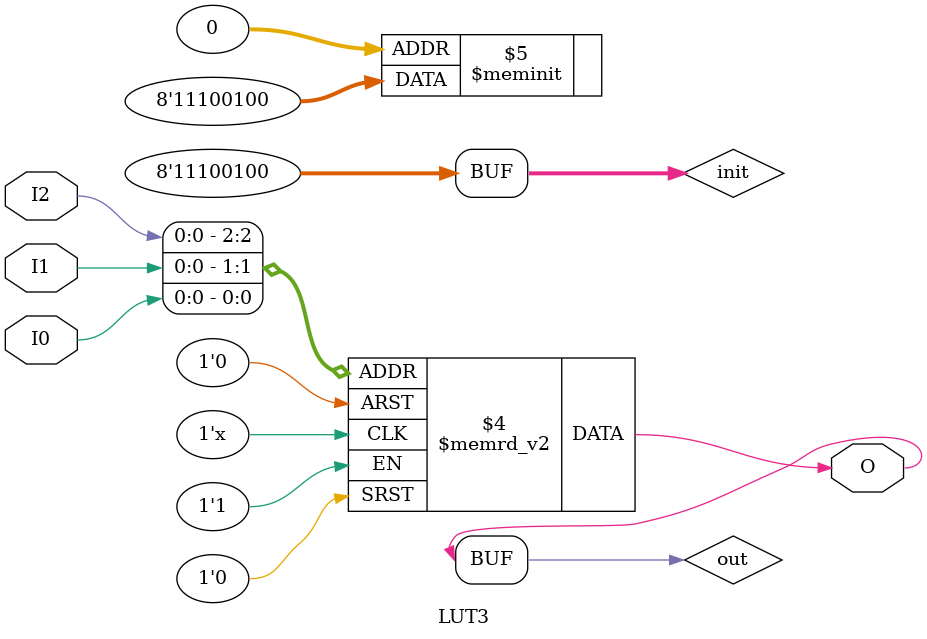
<source format=v>

module LUT3 #( 
	parameter INIT = 8'he4
)(I2,I1,I0,O);


input I1;
input I2;
input I0;
output O;	


assign O = out;

reg out;
wire [7:0] init;
assign init = INIT;

always @(*) begin
	case({I2,I1,I0})
		3'b000: begin
			out = INIT[0];
		end
		3'b001: begin
			out = INIT[1];
		end
		3'b010: begin
			out = INIT[2];
		end
		3'b011: begin
			out = INIT[3];
		end
		3'b100: begin
			out = INIT[4];
		end
		3'b101: begin
			out = INIT[5];
		end
		3'b110: begin
			out = INIT[6];
		end
		3'b111: begin
			out = INIT[7];
		end
	endcase
end

/*
LUT3 LUT3_mux (.O (out),
                         .I0 (sel),
                         .I1 (a),
                         .I2 (b));
defparam LUT3_mux.INIT = 8'he4; 
*/

endmodule

</source>
